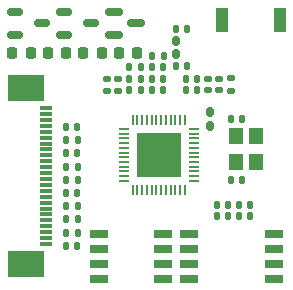
<source format=gtp>
G04 EasyEDA Pro v1.9.28, 2023-01-14 19:19:00*
G04 Gerber Generator version 0.3*%TF.GenerationSoftware,KiCad,Pcbnew,8.0.0*%
%TF.CreationDate,2024-10-10T01:47:14+08:00*%
%TF.ProjectId,Neko_Wireless_Transmission,4e656b6f-5f57-4697-9265-6c6573735f54,rev?*%
%TF.SameCoordinates,Original*%
%TF.FileFunction,Paste,Top*%
%TF.FilePolarity,Positive*%
%FSLAX46Y46*%
G04 Gerber Fmt 4.6, Leading zero omitted, Abs format (unit mm)*
G04 Created by KiCad (PCBNEW 8.0.0) date 2024-10-10 01:47:14*
%MOMM*%
%LPD*%
G01*
G04 APERTURE LIST*
G04 Aperture macros list*
%AMRoundRect*
0 Rectangle with rounded corners*
0 $1 Rounding radius*
0 $2 $3 $4 $5 $6 $7 $8 $9 X,Y pos of 4 corners*
0 Add a 4 corners polygon primitive as box body*
4,1,4,$2,$3,$4,$5,$6,$7,$8,$9,$2,$3,0*
0 Add four circle primitives for the rounded corners*
1,1,$1+$1,$2,$3*
1,1,$1+$1,$4,$5*
1,1,$1+$1,$6,$7*
1,1,$1+$1,$8,$9*
0 Add four rect primitives between the rounded corners*
20,1,$1+$1,$2,$3,$4,$5,0*
20,1,$1+$1,$4,$5,$6,$7,0*
20,1,$1+$1,$6,$7,$8,$9,0*
20,1,$1+$1,$8,$9,$2,$3,0*%
G04 Aperture macros list end*
%ADD10RoundRect,0.135000X-0.135000X-0.185000X0.135000X-0.185000X0.135000X0.185000X-0.135000X0.185000X0*%
%ADD11RoundRect,0.140000X0.140000X0.170000X-0.140000X0.170000X-0.140000X-0.170000X0.140000X-0.170000X0*%
%ADD12RoundRect,0.140000X-0.140000X-0.170000X0.140000X-0.170000X0.140000X0.170000X-0.140000X0.170000X0*%
%ADD13RoundRect,0.135000X0.135000X0.185000X-0.135000X0.185000X-0.135000X-0.185000X0.135000X-0.185000X0*%
%ADD14R,1.525000X0.700000*%
%ADD15R,1.200000X1.400000*%
%ADD16RoundRect,0.225000X-0.225000X-0.250000X0.225000X-0.250000X0.225000X0.250000X-0.225000X0.250000X0*%
%ADD17R,1.000000X2.150000*%
%ADD18R,1.100000X0.300000*%
%ADD19R,3.100000X2.300000*%
%ADD20RoundRect,0.160000X-0.160000X0.222500X-0.160000X-0.222500X0.160000X-0.222500X0.160000X0.222500X0*%
%ADD21RoundRect,0.135000X0.185000X-0.135000X0.185000X0.135000X-0.185000X0.135000X-0.185000X-0.135000X0*%
%ADD22RoundRect,0.150000X-0.512500X-0.150000X0.512500X-0.150000X0.512500X0.150000X-0.512500X0.150000X0*%
%ADD23RoundRect,0.150000X-0.587500X-0.150000X0.587500X-0.150000X0.587500X0.150000X-0.587500X0.150000X0*%
%ADD24R,0.200000X0.850000*%
%ADD25R,0.850000X0.200000*%
%ADD26R,3.800000X3.800000*%
%ADD27RoundRect,0.140000X0.170000X-0.140000X0.170000X0.140000X-0.170000X0.140000X-0.170000X-0.140000X0*%
%ADD28R,1.650000X0.650000*%
%ADD29RoundRect,0.135000X-0.185000X0.135000X-0.185000X-0.135000X0.185000X-0.135000X0.185000X0.135000X0*%
%ADD30RoundRect,0.160000X0.160000X-0.222500X0.160000X0.222500X-0.160000X0.222500X-0.160000X-0.222500X0*%
G04 APERTURE END LIST*
D10*
%TO.C,R1*%
X29490000Y-74688888D03*
X30510000Y-74688888D03*
%TD*%
D11*
%TO.C,C10*%
X37730000Y-70450000D03*
X36770000Y-70450000D03*
%TD*%
%TO.C,C11*%
X45120000Y-80160000D03*
X44160000Y-80160000D03*
%TD*%
D12*
%TO.C,C1*%
X38810000Y-68380000D03*
X39770000Y-68380000D03*
%TD*%
%TO.C,C23*%
X29520000Y-79154440D03*
X30480000Y-79154440D03*
%TD*%
D13*
%TO.C,R3*%
X30510000Y-80268328D03*
X29490000Y-80268328D03*
%TD*%
D14*
%TO.C,IC3*%
X37702000Y-86435000D03*
X37702000Y-85165000D03*
X37702000Y-83895000D03*
X37702000Y-82625000D03*
X32278000Y-82625000D03*
X32278000Y-83895000D03*
X32278000Y-85165000D03*
X32278000Y-86435000D03*
%TD*%
D10*
%TO.C,R6*%
X34840000Y-68520000D03*
X35860000Y-68520000D03*
%TD*%
D11*
%TO.C,C13*%
X35840000Y-69490000D03*
X34880000Y-69490000D03*
%TD*%
D12*
%TO.C,C6*%
X38810000Y-65260000D03*
X39770000Y-65260000D03*
%TD*%
%TO.C,C17*%
X42290000Y-80170000D03*
X43250000Y-80170000D03*
%TD*%
D11*
%TO.C,C14*%
X35840000Y-70460000D03*
X34880000Y-70460000D03*
%TD*%
D15*
%TO.C,Y1*%
X45590000Y-76540000D03*
X45590000Y-74340000D03*
X43890000Y-74340000D03*
X43890000Y-76540000D03*
%TD*%
D16*
%TO.C,C27*%
X30980000Y-67270000D03*
X32530000Y-67270000D03*
%TD*%
D12*
%TO.C,C29*%
X29520000Y-83620000D03*
X30480000Y-83620000D03*
%TD*%
D17*
%TO.C,ANT1*%
X42725000Y-64475000D03*
X47625000Y-64475000D03*
%TD*%
D18*
%TO.C,J1*%
X27830000Y-71970000D03*
X27830000Y-72470000D03*
X27830000Y-72970000D03*
X27830000Y-73470000D03*
X27830000Y-73970000D03*
X27830000Y-74470000D03*
X27830000Y-74970000D03*
X27830000Y-75470000D03*
X27830000Y-75970000D03*
X27830000Y-76470000D03*
X27830000Y-76970000D03*
X27830000Y-77470000D03*
X27830000Y-77970000D03*
X27830000Y-78470000D03*
X27830000Y-78970000D03*
X27830000Y-79470000D03*
X27830000Y-79970000D03*
X27830000Y-80470000D03*
X27830000Y-80970000D03*
X27830000Y-81470000D03*
X27830000Y-81970000D03*
X27830000Y-82470000D03*
X27830000Y-82970000D03*
X27830000Y-83470000D03*
D19*
X26130000Y-70300000D03*
X26130000Y-85140000D03*
%TD*%
D12*
%TO.C,C25*%
X29520000Y-75802776D03*
X30480000Y-75802776D03*
%TD*%
%TO.C,C2*%
X39630000Y-70460000D03*
X40590000Y-70460000D03*
%TD*%
D10*
%TO.C,R10*%
X29490000Y-82506104D03*
X30510000Y-82506104D03*
%TD*%
D20*
%TO.C,L2*%
X41740000Y-72317500D03*
X41740000Y-73462500D03*
%TD*%
D13*
%TO.C,R4*%
X30510000Y-81392216D03*
X29490000Y-81392216D03*
%TD*%
D11*
%TO.C,C8*%
X37730000Y-69480000D03*
X36770000Y-69480000D03*
%TD*%
D21*
%TO.C,R2*%
X43460000Y-70480000D03*
X43460000Y-69460000D03*
%TD*%
D22*
%TO.C,U1*%
X29330000Y-63840000D03*
X29330000Y-65740000D03*
X31605000Y-64790000D03*
%TD*%
D11*
%TO.C,C7*%
X37730000Y-68510000D03*
X36770000Y-68510000D03*
%TD*%
D23*
%TO.C,Q1*%
X33600000Y-63840000D03*
X33600000Y-65740000D03*
X35475000Y-64790000D03*
%TD*%
D12*
%TO.C,C12*%
X43470000Y-72930000D03*
X44430000Y-72930000D03*
%TD*%
D24*
%TO.C,IC2*%
X39560000Y-72980000D03*
X39160000Y-72980000D03*
X38760000Y-72980000D03*
X38360000Y-72980000D03*
X37960000Y-72980000D03*
X37560000Y-72980000D03*
X37160000Y-72980000D03*
X36760000Y-72980000D03*
X36360000Y-72980000D03*
X35960000Y-72980000D03*
X35560000Y-72980000D03*
X35160000Y-72980000D03*
D25*
X34410000Y-73730000D03*
X34410000Y-74130000D03*
X34410000Y-74530000D03*
X34410000Y-74930000D03*
X34410000Y-75330000D03*
X34410000Y-75730000D03*
X34410000Y-76130000D03*
X34410000Y-76530000D03*
X34410000Y-76930000D03*
X34410000Y-77330000D03*
X34410000Y-77730000D03*
X34410000Y-78130000D03*
D24*
X35160000Y-78880000D03*
X35560000Y-78880000D03*
X35960000Y-78880000D03*
X36360000Y-78880000D03*
X36760000Y-78880000D03*
X37160000Y-78880000D03*
X37560000Y-78880000D03*
X37960000Y-78880000D03*
X38360000Y-78880000D03*
X38760000Y-78880000D03*
X39160000Y-78880000D03*
X39560000Y-78880000D03*
D25*
X40310000Y-78130000D03*
X40310000Y-77730000D03*
X40310000Y-77330000D03*
X40310000Y-76930000D03*
X40310000Y-76530000D03*
X40310000Y-76130000D03*
X40310000Y-75730000D03*
X40310000Y-75330000D03*
X40310000Y-74930000D03*
X40310000Y-74530000D03*
X40310000Y-74130000D03*
X40310000Y-73730000D03*
D26*
X37360000Y-75930000D03*
%TD*%
D16*
%TO.C,C28*%
X33990000Y-67270000D03*
X35540000Y-67270000D03*
%TD*%
D22*
%TO.C,U2*%
X25175000Y-63840000D03*
X25175000Y-65740000D03*
X27450000Y-64790000D03*
%TD*%
D27*
%TO.C,C19*%
X42490000Y-70450000D03*
X42490000Y-69490000D03*
%TD*%
D12*
%TO.C,C4*%
X43470000Y-78050000D03*
X44430000Y-78050000D03*
%TD*%
D28*
%TO.C,IC1*%
X47110000Y-86435000D03*
X47110000Y-85165000D03*
X47110000Y-83895000D03*
X47110000Y-82625000D03*
X39910000Y-82625000D03*
X39910000Y-83895000D03*
X39910000Y-85165000D03*
X39910000Y-86435000D03*
%TD*%
D11*
%TO.C,C9*%
X45120000Y-81130000D03*
X44160000Y-81130000D03*
%TD*%
D27*
%TO.C,C21*%
X33940000Y-70490000D03*
X33940000Y-69530000D03*
%TD*%
D13*
%TO.C,R7*%
X30510000Y-78040552D03*
X29490000Y-78040552D03*
%TD*%
D11*
%TO.C,C16*%
X43250000Y-81130000D03*
X42290000Y-81130000D03*
%TD*%
D16*
%TO.C,C26*%
X27970000Y-67280000D03*
X29520000Y-67280000D03*
%TD*%
D12*
%TO.C,C24*%
X29520000Y-73575000D03*
X30480000Y-73575000D03*
%TD*%
D10*
%TO.C,R9*%
X29490000Y-76916664D03*
X30510000Y-76916664D03*
%TD*%
D27*
%TO.C,C20*%
X41530000Y-70450000D03*
X41530000Y-69490000D03*
%TD*%
D10*
%TO.C,R8*%
X36750000Y-67530000D03*
X37770000Y-67530000D03*
%TD*%
D29*
%TO.C,R5*%
X32960000Y-69510000D03*
X32960000Y-70530000D03*
%TD*%
D16*
%TO.C,C30*%
X24965000Y-67280000D03*
X26515000Y-67280000D03*
%TD*%
D30*
%TO.C,L1*%
X38850000Y-67392500D03*
X38850000Y-66247500D03*
%TD*%
D12*
%TO.C,C5*%
X39630000Y-69490000D03*
X40590000Y-69490000D03*
%TD*%
M02*

</source>
